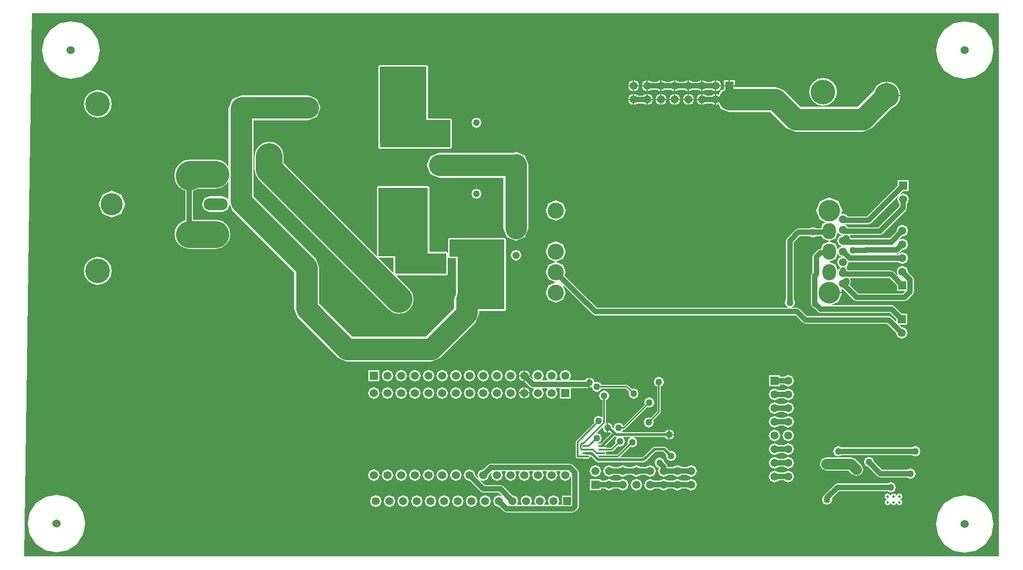
<source format=gbl>
G04 Layer_Physical_Order=2*
G04 Layer_Color=16711680*
%FSLAX25Y25*%
%MOIN*%
G70*
G01*
G75*
%ADD24C,0.15748*%
%ADD25C,0.03937*%
%ADD26C,0.19685*%
%ADD27C,0.01200*%
%ADD28C,0.02000*%
%ADD29C,0.07874*%
%ADD51C,0.06000*%
%ADD52R,0.06000X0.06000*%
%ADD53C,0.05905*%
%ADD54R,0.05905X0.05905*%
%ADD55C,0.18000*%
%ADD56R,0.05905X0.05905*%
%ADD57O,0.17700X0.08850*%
%ADD58C,0.16200*%
%ADD59C,0.11811*%
%ADD60C,0.15748*%
%ADD61O,0.09842X0.11811*%
%ADD62R,0.05315X0.05315*%
%ADD63C,0.05315*%
%ADD64C,0.05000*%
%ADD65C,0.01968*%
%ADD66O,0.05000X0.01575*%
%ADD67R,0.05000X0.01575*%
%ADD68R,0.37500X0.15000*%
%ADD69R,0.36000X0.50000*%
%ADD70R,0.34500X0.51000*%
%ADD71R,0.40000X0.12500*%
%ADD72R,0.51500X0.20000*%
%ADD73R,0.34000X0.55500*%
G36*
X712500Y397000D02*
X712500Y-0D01*
X348Y0D01*
X-3Y356D01*
X5418Y397000D01*
X712500Y397000D01*
D02*
G37*
%LPC*%
G36*
X275500Y123830D02*
X272439Y122562D01*
X271170Y119500D01*
X272439Y116438D01*
X275500Y115170D01*
X278561Y116438D01*
X279830Y119500D01*
X278561Y122562D01*
X275500Y123830D01*
D02*
G37*
G36*
X285500D02*
X282438Y122562D01*
X281170Y119500D01*
X282438Y116438D01*
X285500Y115170D01*
X288562Y116438D01*
X289830Y119500D01*
X288562Y122562D01*
X285500Y123830D01*
D02*
G37*
G36*
X255500D02*
X252438Y122562D01*
X251170Y119500D01*
X252438Y116438D01*
X255500Y115170D01*
X258561Y116438D01*
X259830Y119500D01*
X258561Y122562D01*
X255500Y123830D01*
D02*
G37*
G36*
X265500D02*
X262439Y122562D01*
X261170Y119500D01*
X262439Y116438D01*
X265500Y115170D01*
X268562Y116438D01*
X269830Y119500D01*
X268562Y122562D01*
X265500Y123830D01*
D02*
G37*
G36*
X315500D02*
X312439Y122562D01*
X311170Y119500D01*
X312439Y116438D01*
X315500Y115170D01*
X318562Y116438D01*
X319830Y119500D01*
X318562Y122562D01*
X315500Y123830D01*
D02*
G37*
G36*
X325500D02*
X322439Y122562D01*
X321170Y119500D01*
X322439Y116438D01*
X325500Y115170D01*
X328561Y116438D01*
X329830Y119500D01*
X328561Y122562D01*
X325500Y123830D01*
D02*
G37*
G36*
X295500D02*
X292439Y122562D01*
X291170Y119500D01*
X292439Y116438D01*
X295500Y115170D01*
X298562Y116438D01*
X299830Y119500D01*
X298562Y122562D01*
X295500Y123830D01*
D02*
G37*
G36*
X305500D02*
X302438Y122562D01*
X301170Y119500D01*
X302438Y116438D01*
X305500Y115170D01*
X308561Y116438D01*
X309830Y119500D01*
X308561Y122562D01*
X305500Y123830D01*
D02*
G37*
G36*
X475081Y88500D02*
X472000D01*
Y85419D01*
X474179Y86321D01*
X475081Y88500D01*
D02*
G37*
G36*
X472000Y92581D02*
Y89500D01*
X475081D01*
X474179Y91679D01*
X472000Y92581D01*
D02*
G37*
G36*
X548587Y92778D02*
X545561Y91525D01*
X544308Y88500D01*
X545561Y85475D01*
X548587Y84222D01*
X551612Y85475D01*
X552865Y88500D01*
X551612Y91525D01*
X548587Y92778D01*
D02*
G37*
G36*
X558587D02*
X555561Y91525D01*
X554308Y88500D01*
X555561Y85475D01*
X558587Y84222D01*
X561612Y85475D01*
X562865Y88500D01*
X561612Y91525D01*
X558587Y92778D01*
D02*
G37*
G36*
X424000Y121288D02*
X421321Y120179D01*
X420212Y117500D01*
X421321Y114821D01*
X422694Y114252D01*
Y102214D01*
X422194Y101880D01*
X420000Y102788D01*
X417321Y101679D01*
X416212Y99000D01*
X416780Y97627D01*
X403577Y84423D01*
X403194Y83500D01*
Y73000D01*
X403577Y72077D01*
X404500Y71694D01*
X408298D01*
X408787Y71491D01*
X412213D01*
X413279Y71933D01*
X413721Y73000D01*
X413630Y73221D01*
X414053Y73504D01*
X418181Y69377D01*
X418878Y69088D01*
X419410Y68868D01*
X452894D01*
X454123Y69377D01*
X461508Y76761D01*
X467280D01*
X469601Y74440D01*
X469212Y73500D01*
X470321Y70821D01*
X473000Y69712D01*
X475679Y70821D01*
X476788Y73500D01*
X475679Y76179D01*
X473000Y77288D01*
X472060Y76899D01*
X469229Y79729D01*
X468000Y80239D01*
X460787D01*
X459558Y79729D01*
X452174Y72345D01*
X435845D01*
X435653Y72807D01*
X443127Y80280D01*
X444500Y79712D01*
X447179Y80821D01*
X448288Y83500D01*
X447179Y86179D01*
X445749Y86771D01*
X445847Y87261D01*
X468432D01*
X468821Y86321D01*
X471000Y85419D01*
Y89000D01*
Y92581D01*
X468821Y91679D01*
X468432Y90739D01*
X437054D01*
X436956Y91229D01*
X437179Y91321D01*
X437747Y92694D01*
X438500D01*
X439423Y93077D01*
X455627Y109280D01*
X457000Y108712D01*
X459679Y109821D01*
X460788Y112500D01*
X459679Y115179D01*
X457000Y116288D01*
X454321Y115179D01*
X453212Y112500D01*
X453780Y111127D01*
X438192Y95539D01*
X437603Y95654D01*
X437179Y96679D01*
X434500Y97788D01*
X431821Y96679D01*
X430750Y94093D01*
X430250D01*
X429179Y96679D01*
X427000Y97581D01*
Y94000D01*
Y90419D01*
X428192Y90912D01*
X429041Y90063D01*
X421443Y82465D01*
X419210D01*
X419111Y82965D01*
X421179Y83821D01*
X422288Y86500D01*
X421179Y89179D01*
X418913Y90118D01*
X418795Y90707D01*
X422250Y94162D01*
X422736Y93941D01*
X423821Y91321D01*
X426000Y90419D01*
Y94000D01*
Y97581D01*
X425677Y97447D01*
X425306Y97835D01*
Y114252D01*
X426679Y114821D01*
X427788Y117500D01*
X426679Y120179D01*
X424000Y121288D01*
D02*
G37*
G36*
X558587Y112778D02*
X555561Y111525D01*
X555463Y111287D01*
X551711D01*
X551612Y111525D01*
X548587Y112778D01*
X545561Y111525D01*
X544308Y108500D01*
X545561Y105475D01*
X548587Y104222D01*
X551612Y105475D01*
X551711Y105713D01*
X555463D01*
X555561Y105475D01*
X558587Y104222D01*
X561612Y105475D01*
X562865Y108500D01*
X561612Y111525D01*
X558587Y112778D01*
D02*
G37*
G36*
X464000Y131288D02*
X461321Y130179D01*
X460212Y127500D01*
X461321Y124821D01*
X462694Y124252D01*
Y106041D01*
X457873Y101220D01*
X456500Y101788D01*
X453821Y100679D01*
X452712Y98000D01*
X453821Y95321D01*
X456500Y94212D01*
X459179Y95321D01*
X460288Y98000D01*
X459720Y99373D01*
X464923Y104577D01*
X465306Y105500D01*
Y124252D01*
X466679Y124821D01*
X467788Y127500D01*
X466679Y130179D01*
X464000Y131288D01*
D02*
G37*
G36*
X558587Y102778D02*
X555561Y101525D01*
X555463Y101287D01*
X551711D01*
X551612Y101525D01*
X548587Y102778D01*
X545561Y101525D01*
X544308Y98500D01*
X545561Y95475D01*
X548587Y94222D01*
X551612Y95475D01*
X551711Y95713D01*
X555463D01*
X555561Y95475D01*
X558587Y94222D01*
X561612Y95475D01*
X562865Y98500D01*
X561612Y101525D01*
X558587Y102778D01*
D02*
G37*
G36*
X275500Y136278D02*
X272475Y135025D01*
X271222Y132000D01*
X272475Y128975D01*
X275500Y127722D01*
X278525Y128975D01*
X279778Y132000D01*
X278525Y135025D01*
X275500Y136278D01*
D02*
G37*
G36*
X285500D02*
X282475Y135025D01*
X281222Y132000D01*
X282475Y128975D01*
X285500Y127722D01*
X288525Y128975D01*
X289778Y132000D01*
X288525Y135025D01*
X285500Y136278D01*
D02*
G37*
G36*
X558587Y122778D02*
X555561Y121525D01*
X555463Y121287D01*
X551711D01*
X551612Y121525D01*
X548587Y122778D01*
X545561Y121525D01*
X544308Y118500D01*
X545561Y115475D01*
X548587Y114222D01*
X551612Y115475D01*
X551711Y115713D01*
X555463D01*
X555561Y115475D01*
X558587Y114222D01*
X561612Y115475D01*
X562865Y118500D01*
X561612Y121525D01*
X558587Y122778D01*
D02*
G37*
G36*
X265500Y136278D02*
X262475Y135025D01*
X261222Y132000D01*
X262475Y128975D01*
X265500Y127722D01*
X268525Y128975D01*
X269778Y132000D01*
X268525Y135025D01*
X265500Y136278D01*
D02*
G37*
G36*
X315500D02*
X312475Y135025D01*
X311222Y132000D01*
X312475Y128975D01*
X315500Y127722D01*
X318525Y128975D01*
X319778Y132000D01*
X318525Y135025D01*
X315500Y136278D01*
D02*
G37*
G36*
X325500D02*
X322475Y135025D01*
X321222Y132000D01*
X322475Y128975D01*
X325500Y127722D01*
X328525Y128975D01*
X329778Y132000D01*
X328525Y135025D01*
X325500Y136278D01*
D02*
G37*
G36*
X295500D02*
X292475Y135025D01*
X291222Y132000D01*
X292475Y128975D01*
X295500Y127722D01*
X298525Y128975D01*
X299778Y132000D01*
X298525Y135025D01*
X295500Y136278D01*
D02*
G37*
G36*
X305500D02*
X302475Y135025D01*
X301222Y132000D01*
X302475Y128975D01*
X305500Y127722D01*
X308525Y128975D01*
X309778Y132000D01*
X308525Y135025D01*
X305500Y136278D01*
D02*
G37*
G36*
X355500Y123830D02*
X352438Y122562D01*
X351170Y119500D01*
X352438Y116438D01*
X355500Y115170D01*
X358561Y116438D01*
X359830Y119500D01*
X358561Y122562D01*
X355500Y123830D01*
D02*
G37*
G36*
X413600Y130681D02*
Y127100D01*
Y123519D01*
X414719Y123982D01*
X415821Y121321D01*
X418500Y120212D01*
X421179Y121321D01*
X421747Y122694D01*
X439959D01*
X442280Y120373D01*
X441712Y119000D01*
X442821Y116321D01*
X445500Y115212D01*
X448179Y116321D01*
X449288Y119000D01*
X448179Y121679D01*
X445500Y122788D01*
X444127Y122220D01*
X441423Y124923D01*
X440500Y125306D01*
X421747D01*
X421179Y126679D01*
X418500Y127788D01*
X416881Y127118D01*
X415779Y129779D01*
X413600Y130681D01*
D02*
G37*
G36*
X335500Y123830D02*
X332438Y122562D01*
X331170Y119500D01*
X332438Y116438D01*
X335500Y115170D01*
X338562Y116438D01*
X339830Y119500D01*
X338562Y122562D01*
X335500Y123830D01*
D02*
G37*
G36*
X345500D02*
X342439Y122562D01*
X341170Y119500D01*
X342439Y116438D01*
X345500Y115170D01*
X348562Y116438D01*
X349830Y119500D01*
X348562Y122562D01*
X345500Y123830D01*
D02*
G37*
G36*
X365000Y123623D02*
X362439Y122562D01*
X361378Y120000D01*
X365000D01*
Y123623D01*
D02*
G37*
G36*
X366000D02*
Y120000D01*
X369622D01*
X368562Y122562D01*
X366000Y123623D01*
D02*
G37*
G36*
X365000Y119000D02*
X361378D01*
X362439Y116438D01*
X365000Y115377D01*
Y119000D01*
D02*
G37*
G36*
X369622D02*
X366000D01*
Y115377D01*
X368562Y116438D01*
X369622Y119000D01*
D02*
G37*
G36*
X558587Y82778D02*
X555561Y81525D01*
X555463Y81287D01*
X551711D01*
X551612Y81525D01*
X548587Y82778D01*
X545561Y81525D01*
X544308Y78500D01*
X545561Y75475D01*
X548587Y74222D01*
X551612Y75475D01*
X551711Y75713D01*
X555463D01*
X555561Y75475D01*
X558587Y74222D01*
X561612Y75475D01*
X562865Y78500D01*
X561612Y81525D01*
X558587Y82778D01*
D02*
G37*
G36*
X337000Y44778D02*
X333975Y43525D01*
X332722Y40500D01*
X333975Y37475D01*
X337000Y36222D01*
X340025Y37475D01*
X341278Y40500D01*
X340025Y43525D01*
X337000Y44778D01*
D02*
G37*
G36*
X639831Y46026D02*
X638312Y45397D01*
X637936Y44489D01*
X637395D01*
X637019Y45397D01*
X635500Y46026D01*
X633981Y45397D01*
X633605Y44489D01*
X633064D01*
X632688Y45397D01*
X631169Y46026D01*
X629651Y45397D01*
X629022Y43878D01*
X629651Y42359D01*
X630559Y41983D01*
Y41442D01*
X629651Y41066D01*
X629022Y39547D01*
X629651Y38028D01*
X631169Y37400D01*
X632688Y38028D01*
X633064Y38936D01*
X633605D01*
X633981Y38028D01*
X635500Y37400D01*
X637019Y38028D01*
X637395Y38936D01*
X637936D01*
X638312Y38028D01*
X639831Y37400D01*
X641350Y38028D01*
X641979Y39547D01*
X641350Y41066D01*
X640441Y41442D01*
Y41983D01*
X641350Y42359D01*
X641979Y43878D01*
X641350Y45397D01*
X639831Y46026D01*
D02*
G37*
G36*
X317000Y44778D02*
X313975Y43525D01*
X312722Y40500D01*
X313975Y37475D01*
X317000Y36222D01*
X320025Y37475D01*
X321278Y40500D01*
X320025Y43525D01*
X317000Y44778D01*
D02*
G37*
G36*
X327000D02*
X323975Y43525D01*
X322722Y40500D01*
X323975Y37475D01*
X327000Y36222D01*
X330025Y37475D01*
X331278Y40500D01*
X330025Y43525D01*
X327000Y44778D01*
D02*
G37*
G36*
X255500Y63830D02*
X252438Y62562D01*
X251170Y59500D01*
X252438Y56438D01*
X255500Y55170D01*
X258561Y56438D01*
X259830Y59500D01*
X258561Y62562D01*
X255500Y63830D01*
D02*
G37*
G36*
X265500D02*
X262439Y62562D01*
X261170Y59500D01*
X262439Y56438D01*
X265500Y55170D01*
X268562Y56438D01*
X269830Y59500D01*
X268562Y62562D01*
X265500Y63830D01*
D02*
G37*
G36*
X633500Y54288D02*
X631082Y53287D01*
X594500D01*
X592529Y52471D01*
X585029Y44971D01*
X584780Y44369D01*
X584321Y44179D01*
X583212Y41500D01*
X584321Y38821D01*
X587000Y37712D01*
X589679Y38821D01*
X590788Y41500D01*
X590394Y42452D01*
X595654Y47713D01*
X631082D01*
X633500Y46712D01*
X636179Y47821D01*
X637288Y50500D01*
X636179Y53179D01*
X633500Y54288D01*
D02*
G37*
G36*
X447500Y56778D02*
X444475Y55525D01*
X443222Y52500D01*
X444475Y49475D01*
X447500Y48222D01*
X450525Y49475D01*
X451778Y52500D01*
X450525Y55525D01*
X447500Y56778D01*
D02*
G37*
G36*
X257000Y44778D02*
X253975Y43525D01*
X252722Y40500D01*
X253975Y37475D01*
X257000Y36222D01*
X260025Y37475D01*
X261278Y40500D01*
X260025Y43525D01*
X257000Y44778D01*
D02*
G37*
G36*
X267000D02*
X263975Y43525D01*
X262722Y40500D01*
X263975Y37475D01*
X267000Y36222D01*
X270025Y37475D01*
X271278Y40500D01*
X270025Y43525D01*
X267000Y44778D01*
D02*
G37*
G36*
X687535Y44775D02*
X679464Y43170D01*
X672622Y38598D01*
X668050Y31756D01*
X666445Y23685D01*
X668050Y15614D01*
X672622Y8772D01*
X679464Y4200D01*
X687535Y2595D01*
X695606Y4200D01*
X702449Y8772D01*
X707020Y15614D01*
X708626Y23685D01*
X707020Y31756D01*
X702449Y38598D01*
X695606Y43170D01*
X687535Y44775D01*
D02*
G37*
G36*
X23500Y45090D02*
X15429Y43485D01*
X8587Y38913D01*
X4015Y32071D01*
X2410Y24000D01*
X4015Y15929D01*
X8587Y9087D01*
X15429Y4515D01*
X23500Y2910D01*
X31571Y4515D01*
X38413Y9087D01*
X42985Y15929D01*
X44590Y24000D01*
X42985Y32071D01*
X38413Y38913D01*
X31571Y43485D01*
X23500Y45090D01*
D02*
G37*
G36*
X297000Y44778D02*
X293975Y43525D01*
X292722Y40500D01*
X293975Y37475D01*
X297000Y36222D01*
X300025Y37475D01*
X301278Y40500D01*
X300025Y43525D01*
X297000Y44778D01*
D02*
G37*
G36*
X307000D02*
X303975Y43525D01*
X302722Y40500D01*
X303975Y37475D01*
X307000Y36222D01*
X310025Y37475D01*
X311278Y40500D01*
X310025Y43525D01*
X307000Y44778D01*
D02*
G37*
G36*
X277000D02*
X273975Y43525D01*
X272722Y40500D01*
X273975Y37475D01*
X277000Y36222D01*
X280025Y37475D01*
X281278Y40500D01*
X280025Y43525D01*
X277000Y44778D01*
D02*
G37*
G36*
X287000D02*
X283975Y43525D01*
X282722Y40500D01*
X283975Y37475D01*
X287000Y36222D01*
X290025Y37475D01*
X291278Y40500D01*
X290025Y43525D01*
X287000Y44778D01*
D02*
G37*
G36*
X604500Y72418D02*
X586500D01*
X583023Y70977D01*
X581582Y67500D01*
X583023Y64023D01*
X586500Y62582D01*
X602463D01*
X605023Y60023D01*
X608500Y58582D01*
X611977Y60023D01*
X613418Y63500D01*
X611977Y66977D01*
X607977Y70977D01*
X604500Y72418D01*
D02*
G37*
G36*
X558587Y62778D02*
X555561Y61525D01*
X555463Y61287D01*
X551711D01*
X551612Y61525D01*
X548587Y62778D01*
X545561Y61525D01*
X544308Y58500D01*
X545561Y55475D01*
X548587Y54222D01*
X551612Y55475D01*
X551711Y55713D01*
X555463D01*
X555561Y55475D01*
X558587Y54222D01*
X561612Y55475D01*
X562865Y58500D01*
X561612Y61525D01*
X558587Y62778D01*
D02*
G37*
G36*
X417500Y66778D02*
X414475Y65525D01*
X413222Y62500D01*
X414475Y59475D01*
X417500Y58222D01*
X420525Y59475D01*
X421778Y62500D01*
X420525Y65525D01*
X417500Y66778D01*
D02*
G37*
G36*
X464500Y72288D02*
X461821Y71179D01*
X460712Y68500D01*
X461821Y65821D01*
X464191Y64840D01*
X463222Y62500D01*
X464475Y59475D01*
X467500Y58222D01*
X470525Y59475D01*
X470624Y59713D01*
X474376D01*
X474475Y59475D01*
X477500Y58222D01*
X480525Y59475D01*
X480624Y59713D01*
X484376D01*
X484475Y59475D01*
X487500Y58222D01*
X490525Y59475D01*
X491778Y62500D01*
X490525Y65525D01*
X487500Y66778D01*
X484475Y65525D01*
X484376Y65287D01*
X480624D01*
X480525Y65525D01*
X477500Y66778D01*
X474475Y65525D01*
X474376Y65287D01*
X470624D01*
X470525Y65525D01*
X470225Y65650D01*
X469471Y67471D01*
X468180Y68761D01*
X467179Y71179D01*
X464500Y72288D01*
D02*
G37*
G36*
X558587Y72778D02*
X555561Y71525D01*
X555463Y71287D01*
X551711D01*
X551612Y71525D01*
X548587Y72778D01*
X545561Y71525D01*
X544308Y68500D01*
X545561Y65475D01*
X548587Y64222D01*
X551612Y65475D01*
X551711Y65713D01*
X555463D01*
X555561Y65475D01*
X558587Y64222D01*
X561612Y65475D01*
X562865Y68500D01*
X561612Y71525D01*
X558587Y72778D01*
D02*
G37*
G36*
X651400Y80588D02*
X648982Y79587D01*
X597518D01*
X595100Y80588D01*
X592421Y79479D01*
X591312Y76800D01*
X592421Y74121D01*
X595100Y73012D01*
X597518Y74013D01*
X648982D01*
X651400Y73012D01*
X654079Y74121D01*
X655188Y76800D01*
X654079Y79479D01*
X651400Y80588D01*
D02*
G37*
G36*
X399000Y67887D02*
X341100D01*
X339129Y67071D01*
X335774Y63716D01*
X335500Y63830D01*
X332438Y62562D01*
X331170Y59500D01*
X331903Y57732D01*
X331487Y57454D01*
X329716Y59225D01*
X329830Y59500D01*
X328561Y62562D01*
X325500Y63830D01*
X322439Y62562D01*
X321170Y59500D01*
X322439Y56438D01*
X325500Y55170D01*
X325775Y55284D01*
X333629Y47429D01*
X335600Y46613D01*
X346946D01*
X349115Y44444D01*
X348832Y44020D01*
X347000Y44778D01*
X343975Y43525D01*
X342722Y40500D01*
X343975Y37475D01*
X347000Y36222D01*
X347238Y36320D01*
X350629Y32929D01*
X352600Y32113D01*
X401000D01*
X402971Y32929D01*
X404571Y34529D01*
X405387Y36500D01*
Y61500D01*
X404979Y62485D01*
X404571Y63471D01*
X400971Y67071D01*
X399000Y67887D01*
D02*
G37*
G36*
X457500Y66778D02*
X454475Y65525D01*
X454376Y65287D01*
X450624D01*
X450525Y65525D01*
X447500Y66778D01*
X444475Y65525D01*
X444376Y65287D01*
X440624D01*
X440525Y65525D01*
X437500Y66778D01*
X434475Y65525D01*
X434376Y65287D01*
X430624D01*
X430525Y65525D01*
X427500Y66778D01*
X424475Y65525D01*
X423222Y62500D01*
X424475Y59475D01*
X427500Y58222D01*
X430525Y59475D01*
X430624Y59713D01*
X434376D01*
X434475Y59475D01*
X437500Y58222D01*
X440525Y59475D01*
X440624Y59713D01*
X444376D01*
X444475Y59475D01*
X447500Y58222D01*
X450525Y59475D01*
X450624Y59713D01*
X454376D01*
X454475Y59475D01*
X457500Y58222D01*
X460525Y59475D01*
X461778Y62500D01*
X460525Y65525D01*
X457500Y66778D01*
D02*
G37*
G36*
X295500Y63830D02*
X292439Y62562D01*
X291170Y59500D01*
X292439Y56438D01*
X295500Y55170D01*
X298562Y56438D01*
X299830Y59500D01*
X298562Y62562D01*
X295500Y63830D01*
D02*
G37*
G36*
X305500D02*
X302438Y62562D01*
X301170Y59500D01*
X302438Y56438D01*
X305500Y55170D01*
X308561Y56438D01*
X309830Y59500D01*
X308561Y62562D01*
X305500Y63830D01*
D02*
G37*
G36*
X275500D02*
X272439Y62562D01*
X271170Y59500D01*
X272439Y56438D01*
X275500Y55170D01*
X278561Y56438D01*
X279830Y59500D01*
X278561Y62562D01*
X275500Y63830D01*
D02*
G37*
G36*
X285500D02*
X282438Y62562D01*
X281170Y59500D01*
X282438Y56438D01*
X285500Y55170D01*
X288562Y56438D01*
X289830Y59500D01*
X288562Y62562D01*
X285500Y63830D01*
D02*
G37*
G36*
X487500Y56778D02*
X484475Y55525D01*
X484376Y55287D01*
X480624D01*
X480525Y55525D01*
X477500Y56778D01*
X474475Y55525D01*
X474376Y55287D01*
X470624D01*
X470525Y55525D01*
X467500Y56778D01*
X464475Y55525D01*
X464376Y55287D01*
X460624D01*
X460525Y55525D01*
X457500Y56778D01*
X454475Y55525D01*
X453222Y52500D01*
X454475Y49475D01*
X457500Y48222D01*
X460525Y49475D01*
X460624Y49713D01*
X464376D01*
X464475Y49475D01*
X467500Y48222D01*
X470525Y49475D01*
X470624Y49713D01*
X474376D01*
X474475Y49475D01*
X477500Y48222D01*
X480525Y49475D01*
X480624Y49713D01*
X484376D01*
X484475Y49475D01*
X487500Y48222D01*
X490525Y49475D01*
X491778Y52500D01*
X490525Y55525D01*
X487500Y56778D01*
D02*
G37*
G36*
X617500Y72788D02*
X614821Y71679D01*
X613712Y69000D01*
X614821Y66321D01*
X617239Y65320D01*
X624029Y58529D01*
X626000Y57713D01*
X645582D01*
X648000Y56712D01*
X650679Y57821D01*
X651788Y60500D01*
X650679Y63179D01*
X648000Y64288D01*
X645582Y63287D01*
X627154D01*
X621180Y69261D01*
X620179Y71679D01*
X617500Y72788D01*
D02*
G37*
G36*
X315500Y63830D02*
X312439Y62562D01*
X311170Y59500D01*
X312439Y56438D01*
X315500Y55170D01*
X318562Y56438D01*
X319830Y59500D01*
X318562Y62562D01*
X315500Y63830D01*
D02*
G37*
G36*
X437500Y56778D02*
X434475Y55525D01*
X434376Y55287D01*
X430624D01*
X430525Y55525D01*
X427500Y56778D01*
X424475Y55525D01*
X424376Y55287D01*
X421453D01*
Y56453D01*
X413547D01*
Y48547D01*
X421453D01*
Y49713D01*
X424376D01*
X424475Y49475D01*
X427500Y48222D01*
X430525Y49475D01*
X430624Y49713D01*
X434376D01*
X434475Y49475D01*
X437500Y48222D01*
X440525Y49475D01*
X441778Y52500D01*
X440525Y55525D01*
X437500Y56778D01*
D02*
G37*
G36*
X495000Y338071D02*
X492475Y337025D01*
X491429Y334500D01*
X495000D01*
Y338071D01*
D02*
G37*
G36*
X466000D02*
Y334500D01*
X469571D01*
X468525Y337025D01*
X466000Y338071D01*
D02*
G37*
G36*
X485000D02*
X482475Y337025D01*
X481429Y334500D01*
X485000D01*
Y338071D01*
D02*
G37*
G36*
X445000D02*
X442475Y337025D01*
X441429Y334500D01*
X445000D01*
Y338071D01*
D02*
G37*
G36*
X486000D02*
Y334500D01*
X489571D01*
X488525Y337025D01*
X486000Y338071D01*
D02*
G37*
G36*
X631000Y347096D02*
Y337500D01*
X640596D01*
X639920Y340902D01*
X637710Y344210D01*
X634402Y346420D01*
X631000Y347096D01*
D02*
G37*
G36*
X476000Y338071D02*
Y334500D01*
X479571D01*
X478525Y337025D01*
X476000Y338071D01*
D02*
G37*
G36*
X456000D02*
Y334500D01*
X459571D01*
X458525Y337025D01*
X456000Y338071D01*
D02*
G37*
G36*
X459571Y333500D02*
X456000D01*
Y329929D01*
X458525Y330975D01*
X459571Y333500D01*
D02*
G37*
G36*
X469571D02*
X466000D01*
Y329929D01*
X468525Y330975D01*
X469571Y333500D01*
D02*
G37*
G36*
X495000D02*
X491429D01*
X492475Y330975D01*
X495000Y329929D01*
Y333500D01*
D02*
G37*
G36*
X496000Y338071D02*
Y334000D01*
Y329929D01*
X498525Y330975D01*
X498624Y331213D01*
X502376D01*
X502475Y330975D01*
X505000Y329929D01*
Y334000D01*
Y338071D01*
X502475Y337025D01*
X502376Y336787D01*
X498624D01*
X498525Y337025D01*
X496000Y338071D01*
D02*
G37*
G36*
X465000D02*
X462475Y337025D01*
X461429Y334500D01*
X465000D01*
Y338071D01*
D02*
G37*
G36*
X475000D02*
X472475Y337025D01*
X471429Y334500D01*
X475000D01*
Y338071D01*
D02*
G37*
G36*
X479571Y333500D02*
X476000D01*
Y329929D01*
X478525Y330975D01*
X479571Y333500D01*
D02*
G37*
G36*
X489571D02*
X486000D01*
Y329929D01*
X488525Y330975D01*
X489571Y333500D01*
D02*
G37*
G36*
X445000Y343500D02*
X441429D01*
X442475Y340975D01*
X445000Y339929D01*
Y343500D01*
D02*
G37*
G36*
X515000Y347953D02*
X511547D01*
Y344500D01*
X515000D01*
Y347953D01*
D02*
G37*
G36*
X506000Y348071D02*
Y344500D01*
X509571D01*
X508525Y347025D01*
X506000Y348071D01*
D02*
G37*
G36*
X455000D02*
X452475Y347025D01*
X451429Y344500D01*
X455000D01*
Y348071D01*
D02*
G37*
G36*
X445000D02*
X442475Y347025D01*
X441429Y344500D01*
X445000D01*
Y348071D01*
D02*
G37*
G36*
X33992Y391232D02*
X25921Y389627D01*
X19079Y385055D01*
X14507Y378213D01*
X12902Y370142D01*
X14507Y362071D01*
X19079Y355229D01*
X25921Y350657D01*
X33992Y349051D01*
X42063Y350657D01*
X48905Y355229D01*
X53477Y362071D01*
X55082Y370142D01*
X53477Y378213D01*
X48905Y385055D01*
X42063Y389627D01*
X33992Y391232D01*
D02*
G37*
G36*
X687535D02*
X679464Y389627D01*
X672622Y385055D01*
X668050Y378213D01*
X666445Y370142D01*
X668050Y362071D01*
X672622Y355229D01*
X679464Y350657D01*
X687535Y349051D01*
X695606Y350657D01*
X702449Y355229D01*
X707020Y362071D01*
X708626Y370142D01*
X707020Y378213D01*
X702449Y385055D01*
X695606Y389627D01*
X687535Y391232D01*
D02*
G37*
G36*
X519453Y347953D02*
X516000D01*
Y344500D01*
X519453D01*
Y347953D01*
D02*
G37*
G36*
X446000Y348071D02*
Y344500D01*
X449571D01*
X448525Y347025D01*
X446000Y348071D01*
D02*
G37*
G36*
X466000D02*
Y344000D01*
Y339929D01*
X468525Y340975D01*
X468624Y341213D01*
X472376D01*
X472475Y340975D01*
X475000Y339929D01*
Y344000D01*
Y348071D01*
X472475Y347025D01*
X472376Y346787D01*
X468624D01*
X468525Y347025D01*
X466000Y348071D01*
D02*
G37*
G36*
X476000D02*
Y344000D01*
Y339929D01*
X478525Y340975D01*
X478624Y341213D01*
X482376D01*
X482475Y340975D01*
X485000Y339929D01*
Y344000D01*
Y348071D01*
X482475Y347025D01*
X482376Y346787D01*
X478624D01*
X478525Y347025D01*
X476000Y348071D01*
D02*
G37*
G36*
X455000Y343500D02*
X451429D01*
X452475Y340975D01*
X455000Y339929D01*
Y343500D01*
D02*
G37*
G36*
X456000Y348071D02*
Y344000D01*
Y339929D01*
X458525Y340975D01*
X458624Y341213D01*
X462376D01*
X462475Y340975D01*
X465000Y339929D01*
Y344000D01*
Y348071D01*
X462475Y347025D01*
X462376Y346787D01*
X458624D01*
X458525Y347025D01*
X456000Y348071D01*
D02*
G37*
G36*
X449571Y343500D02*
X446000D01*
Y339929D01*
X448525Y340975D01*
X449571Y343500D01*
D02*
G37*
G36*
X509571D02*
X506000D01*
Y339929D01*
X508525Y340975D01*
X509571Y343500D01*
D02*
G37*
G36*
X486000Y348071D02*
Y344000D01*
Y339929D01*
X488525Y340975D01*
X488624Y341213D01*
X492376D01*
X492475Y340975D01*
X495000Y339929D01*
Y344000D01*
Y348071D01*
X492475Y347025D01*
X492376Y346787D01*
X488624D01*
X488525Y347025D01*
X486000Y348071D01*
D02*
G37*
G36*
X496000D02*
Y344000D01*
Y339929D01*
X498525Y340975D01*
X498624Y341213D01*
X502376D01*
X502475Y340975D01*
X505000Y339929D01*
Y344000D01*
Y348071D01*
X502475Y347025D01*
X502376Y346787D01*
X498624D01*
X498525Y347025D01*
X496000Y348071D01*
D02*
G37*
G36*
X359500Y224116D02*
X356701Y222957D01*
X355541Y220157D01*
X356701Y217358D01*
X359500Y216199D01*
X362299Y217358D01*
X363459Y220157D01*
X362299Y222957D01*
X359500Y224116D01*
D02*
G37*
G36*
X53677Y218920D02*
X49775Y218144D01*
X46468Y215934D01*
X44257Y212626D01*
X43481Y208724D01*
X44257Y204823D01*
X46468Y201515D01*
X49775Y199305D01*
X53677Y198529D01*
X57579Y199305D01*
X60887Y201515D01*
X63097Y204823D01*
X63873Y208724D01*
X63097Y212626D01*
X60887Y215934D01*
X57579Y218144D01*
X53677Y218920D01*
D02*
G37*
G36*
X366000Y136071D02*
Y132500D01*
X369571D01*
X368525Y135025D01*
X366000Y136071D01*
D02*
G37*
G36*
X359500Y295679D02*
X358293Y295179D01*
X303500D01*
X297009Y292491D01*
X294321Y286000D01*
X297009Y279509D01*
X303500Y276821D01*
X350321D01*
Y239843D01*
X353010Y233352D01*
X359500Y230664D01*
X365990Y233352D01*
X368679Y239843D01*
Y286500D01*
X368679Y286500D01*
X365990Y292990D01*
X359500Y295679D01*
D02*
G37*
G36*
X646453Y274953D02*
X638547D01*
Y270989D01*
X615968Y248409D01*
X601986D01*
X601525Y249521D01*
X598500Y250774D01*
X597577Y250392D01*
X597224Y250746D01*
X598105Y252874D01*
X595292Y259666D01*
X588500Y262479D01*
X581708Y259666D01*
X578895Y252874D01*
X581708Y246082D01*
X585484Y244518D01*
Y244018D01*
X583968Y243390D01*
X582476Y239787D01*
X579018D01*
X576600Y240788D01*
X574182Y239787D01*
X566000D01*
X564029Y238971D01*
X557829Y232771D01*
X557013Y230800D01*
Y187918D01*
X556012Y185500D01*
X557121Y182821D01*
X558434Y182277D01*
X558337Y181787D01*
X418654D01*
X413371Y187071D01*
X413156Y187160D01*
X394940Y205376D01*
X395974Y207874D01*
X393785Y213159D01*
X389092Y215103D01*
Y215645D01*
X393785Y217589D01*
X395974Y222874D01*
X393785Y228159D01*
X388500Y230348D01*
X383215Y228159D01*
X381026Y222874D01*
X383215Y217589D01*
X387908Y215645D01*
Y215103D01*
X383215Y213159D01*
X381026Y207874D01*
X383215Y202589D01*
X387908Y200645D01*
Y200103D01*
X383215Y198159D01*
X381026Y192874D01*
X383215Y187589D01*
X388500Y185399D01*
X393785Y187589D01*
X395974Y192874D01*
X393940Y197785D01*
X394364Y198069D01*
X409303Y183129D01*
X409518Y183040D01*
X415529Y177029D01*
X417500Y176213D01*
X563846D01*
X569129Y170929D01*
X571100Y170113D01*
X630946D01*
X637320Y163738D01*
X637222Y163500D01*
X638475Y160475D01*
X641500Y159222D01*
X644525Y160475D01*
X645778Y163500D01*
X644525Y166525D01*
X641500Y167778D01*
X641262Y167680D01*
X639856Y169085D01*
X640047Y169547D01*
X645453D01*
Y177453D01*
X641489D01*
X636171Y182771D01*
X634200Y183587D01*
X590549D01*
X590452Y184077D01*
X595292Y186082D01*
X597898Y192374D01*
X588500D01*
Y193374D01*
X597898D01*
X597224Y195002D01*
X597577Y195356D01*
X598500Y194974D01*
X598828Y195109D01*
X606507Y187429D01*
X608478Y186613D01*
X643500D01*
X645471Y187429D01*
X649571Y191529D01*
X650387Y193500D01*
Y202400D01*
X649571Y204371D01*
X646180Y207762D01*
X646278Y208000D01*
X645025Y211025D01*
X642000Y212278D01*
X638975Y211025D01*
X637722Y208000D01*
X638480Y206168D01*
X638057Y205885D01*
X635719Y208223D01*
X633748Y209039D01*
X601986D01*
X601525Y210151D01*
X601466Y210176D01*
X601030Y211228D01*
X601168Y211827D01*
X601525Y211975D01*
X602768Y214975D01*
X602816Y215058D01*
X603126Y215368D01*
X603500Y215213D01*
X638876D01*
X638975Y214975D01*
X642000Y213722D01*
X645025Y214975D01*
X646278Y218000D01*
X645025Y221025D01*
X642000Y222278D01*
X638975Y221025D01*
X638876Y220787D01*
X638278D01*
X638178Y221287D01*
X639971Y222029D01*
X641762Y223820D01*
X642000Y223722D01*
X645025Y224975D01*
X646278Y228000D01*
X645025Y231025D01*
X642000Y232278D01*
X640168Y231520D01*
X639885Y231943D01*
X641762Y233820D01*
X642000Y233722D01*
X645025Y234975D01*
X646278Y238000D01*
X645025Y241025D01*
X642000Y242278D01*
X638975Y241025D01*
X637722Y238000D01*
X637820Y237762D01*
X632720Y232661D01*
X604187D01*
Y232752D01*
X603479Y234461D01*
X603786Y234961D01*
X625500D01*
X627471Y235777D01*
X644471Y252777D01*
X645287Y254748D01*
Y257876D01*
X645525Y257975D01*
X646778Y261000D01*
X645525Y264025D01*
X642500Y265278D01*
X640668Y264520D01*
X640385Y264944D01*
X642489Y267047D01*
X646453D01*
Y274953D01*
D02*
G37*
G36*
X64000Y267350D02*
X57035Y264465D01*
X54150Y257500D01*
X57035Y250535D01*
X64000Y247650D01*
X70965Y250535D01*
X73850Y257500D01*
X70965Y264465D01*
X64000Y267350D01*
D02*
G37*
G36*
X388500Y260349D02*
X383215Y258159D01*
X381026Y252874D01*
X383215Y247589D01*
X388500Y245399D01*
X393785Y247589D01*
X395974Y252874D01*
X393785Y258159D01*
X388500Y260349D01*
D02*
G37*
G36*
X365000Y136071D02*
X362475Y135025D01*
X361429Y132500D01*
X365000D01*
Y136071D01*
D02*
G37*
G36*
X355500Y136278D02*
X352475Y135025D01*
X351222Y132000D01*
X352475Y128975D01*
X355500Y127722D01*
X358525Y128975D01*
X359778Y132000D01*
X358525Y135025D01*
X355500Y136278D01*
D02*
G37*
G36*
X345500D02*
X342475Y135025D01*
X341222Y132000D01*
X342475Y128975D01*
X345500Y127722D01*
X348525Y128975D01*
X349778Y132000D01*
X348525Y135025D01*
X345500Y136278D01*
D02*
G37*
G36*
X335500D02*
X332475Y135025D01*
X331222Y132000D01*
X332475Y128975D01*
X335500Y127722D01*
X338525Y128975D01*
X339778Y132000D01*
X338525Y135025D01*
X335500Y136278D01*
D02*
G37*
G36*
X365000Y131500D02*
X361429D01*
X362475Y128975D01*
X365000Y127929D01*
Y131500D01*
D02*
G37*
G36*
X558587Y132778D02*
X555561Y131525D01*
X555463Y131287D01*
X552539D01*
Y132453D01*
X544634D01*
Y124547D01*
X552539D01*
Y125713D01*
X555463D01*
X555561Y125475D01*
X558587Y124222D01*
X561612Y125475D01*
X562865Y128500D01*
X561612Y131525D01*
X558587Y132778D01*
D02*
G37*
G36*
X395500Y136278D02*
X392475Y135025D01*
X391222Y132000D01*
X392428Y129087D01*
X392209Y128587D01*
X388791D01*
X388572Y129087D01*
X389778Y132000D01*
X388525Y135025D01*
X385500Y136278D01*
X382475Y135025D01*
X381222Y132000D01*
X382428Y129087D01*
X382209Y128587D01*
X378791D01*
X378572Y129087D01*
X379778Y132000D01*
X378525Y135025D01*
X375500Y136278D01*
X372475Y135025D01*
X371222Y132000D01*
X371980Y130168D01*
X371556Y129885D01*
X369941Y131500D01*
X366000D01*
Y127559D01*
X369729Y123829D01*
X371700Y123013D01*
X372237D01*
X372418Y122513D01*
X371170Y119500D01*
X372439Y116438D01*
X375500Y115170D01*
X378561Y116438D01*
X379830Y119500D01*
X378582Y122513D01*
X378763Y123013D01*
X382237D01*
X382418Y122513D01*
X381170Y119500D01*
X382438Y116438D01*
X385500Y115170D01*
X388562Y116438D01*
X389830Y119500D01*
X388581Y122513D01*
X388763Y123013D01*
X391500D01*
Y115500D01*
X399500D01*
Y123013D01*
X411800D01*
X412600Y123344D01*
Y127100D01*
Y130681D01*
X410421Y129779D01*
X409928Y128587D01*
X398791D01*
X398572Y129087D01*
X399778Y132000D01*
X398525Y135025D01*
X395500Y136278D01*
D02*
G37*
G36*
X259453Y135953D02*
X251547D01*
Y128047D01*
X259453D01*
Y135953D01*
D02*
G37*
G36*
X584000Y349696D02*
X580098Y348920D01*
X576790Y346710D01*
X574580Y343402D01*
X573804Y339500D01*
X574580Y335598D01*
X576790Y332290D01*
X580098Y330080D01*
X584000Y329304D01*
X587902Y330080D01*
X591210Y332290D01*
X593420Y335598D01*
X594196Y339500D01*
X593420Y343402D01*
X591210Y346710D01*
X587902Y348920D01*
X584000Y349696D01*
D02*
G37*
G36*
X445000Y333500D02*
X441429D01*
X442475Y330975D01*
X445000Y329929D01*
Y333500D01*
D02*
G37*
G36*
X53677Y340967D02*
X49775Y340191D01*
X46468Y337981D01*
X44257Y334673D01*
X43481Y330772D01*
X44257Y326870D01*
X46468Y323562D01*
X49775Y321352D01*
X53677Y320576D01*
X57579Y321352D01*
X60887Y323562D01*
X63097Y326870D01*
X63873Y330772D01*
X63097Y334673D01*
X60887Y337981D01*
X57579Y340191D01*
X53677Y340967D01*
D02*
G37*
G36*
X630000Y347096D02*
X626598Y346420D01*
X623290Y344210D01*
X621080Y340902D01*
X620996Y340477D01*
X609218Y328699D01*
X567561D01*
X555770Y340491D01*
X555770Y340491D01*
X555770Y340491D01*
X552047Y342033D01*
X549279Y343179D01*
X549279Y343179D01*
X549279Y343179D01*
X519453D01*
Y343500D01*
X515500D01*
X511547D01*
Y341542D01*
X509010Y340491D01*
X507713Y337362D01*
X506000Y338071D01*
Y334000D01*
Y329929D01*
X507713Y330638D01*
X509010Y327509D01*
X515500Y324821D01*
X545477D01*
X557269Y313029D01*
X557269Y313029D01*
X557269Y313029D01*
X560447Y311713D01*
X563759Y310341D01*
X563759Y310341D01*
X563759Y310341D01*
X613020D01*
X619510Y313029D01*
X633977Y327496D01*
X634402Y327580D01*
X637710Y329790D01*
X639920Y333098D01*
X640596Y336500D01*
X630500D01*
Y337000D01*
X630000D01*
Y347096D01*
D02*
G37*
G36*
X475000Y333500D02*
X471429D01*
X472475Y330975D01*
X475000Y329929D01*
Y333500D01*
D02*
G37*
G36*
X485000D02*
X481429D01*
X482475Y330975D01*
X485000Y329929D01*
Y333500D01*
D02*
G37*
G36*
X446000Y338071D02*
Y334000D01*
Y329929D01*
X448525Y330975D01*
X448624Y331213D01*
X452376D01*
X452475Y330975D01*
X455000Y329929D01*
Y334000D01*
Y338071D01*
X452475Y337025D01*
X452376Y336787D01*
X448624D01*
X448525Y337025D01*
X446000Y338071D01*
D02*
G37*
G36*
X465000Y333500D02*
X461429D01*
X462475Y330975D01*
X465000Y329929D01*
Y333500D01*
D02*
G37*
G36*
X330500Y320788D02*
X327821Y319679D01*
X326712Y317000D01*
X327821Y314321D01*
X330500Y313212D01*
X333179Y314321D01*
X334288Y317000D01*
X333179Y319679D01*
X330500Y320788D01*
D02*
G37*
G36*
X294000Y359082D02*
X260000D01*
X259235Y358765D01*
X258918Y358000D01*
Y319000D01*
Y302500D01*
Y299000D01*
X259235Y298235D01*
X260000Y297918D01*
X311500D01*
X312265Y298235D01*
X312582Y299000D01*
Y319000D01*
X312265Y319765D01*
X311500Y320082D01*
X295082D01*
Y358000D01*
X294765Y358765D01*
X294000Y359082D01*
D02*
G37*
G36*
X159000Y337179D02*
X152509Y334490D01*
X152009Y333991D01*
X149321Y327500D01*
Y285219D01*
X148843Y285074D01*
X147533Y287033D01*
X144077Y289343D01*
X140000Y290154D01*
X121000D01*
X121000Y290154D01*
X116923Y289343D01*
X113467Y287033D01*
X113467Y287033D01*
X112967Y286533D01*
X110657Y283077D01*
X109846Y279000D01*
X109846Y279000D01*
Y277500D01*
X110657Y273423D01*
X112967Y269967D01*
X116423Y267657D01*
X117713Y267401D01*
Y245599D01*
X116423Y245343D01*
X112967Y243033D01*
X110657Y239577D01*
X109846Y235500D01*
X110657Y231423D01*
X112967Y227967D01*
X116423Y225657D01*
X120500Y224847D01*
X140000D01*
X144077Y225657D01*
X147533Y227967D01*
X149843Y231423D01*
X150654Y235500D01*
X149843Y239577D01*
X147533Y243033D01*
X144077Y245343D01*
X140000Y246153D01*
X123287D01*
Y267401D01*
X124577Y267657D01*
X126356Y268847D01*
X140000D01*
X144077Y269657D01*
X147533Y271967D01*
X148843Y273926D01*
X149321Y273781D01*
Y261138D01*
X148831Y261040D01*
X148577Y261652D01*
X144425Y263372D01*
X135575D01*
X131423Y261652D01*
X129703Y257500D01*
X131423Y253348D01*
X135575Y251628D01*
X144425D01*
X148577Y253348D01*
X149973Y256718D01*
X150473D01*
X152009Y253010D01*
X197321Y207698D01*
Y181000D01*
X200009Y174509D01*
X229509Y145009D01*
X236000Y142321D01*
X297500D01*
X303991Y145009D01*
X329991Y171009D01*
X332679Y177500D01*
Y179418D01*
X351000D01*
X351765Y179735D01*
X352082Y180500D01*
Y231500D01*
X351765Y232265D01*
X351000Y232582D01*
X311000D01*
X310235Y232265D01*
X309918Y231500D01*
Y221997D01*
X309418Y221898D01*
X309265Y222265D01*
X308500Y222582D01*
X296082D01*
Y269500D01*
X295765Y270265D01*
X295000Y270582D01*
X259000D01*
X258235Y270265D01*
X257918Y269500D01*
Y219856D01*
X257418Y219649D01*
X189654Y287413D01*
Y292500D01*
X188843Y296577D01*
X186533Y300033D01*
X183077Y302343D01*
X179000Y303153D01*
X174923Y302343D01*
X171467Y300033D01*
X169157Y296577D01*
X168347Y292500D01*
Y283000D01*
X168347Y283000D01*
X169157Y278923D01*
X171467Y275467D01*
X266467Y180467D01*
X269923Y178157D01*
X274000Y177347D01*
X278077Y178157D01*
X281533Y180467D01*
X283843Y183923D01*
X284653Y188000D01*
X283843Y192077D01*
X281533Y195533D01*
X272111Y204956D01*
X272302Y205418D01*
X308500D01*
X309265Y205735D01*
X309582Y206500D01*
Y218503D01*
X310082Y218602D01*
X310235Y218235D01*
X311000Y217918D01*
X315418D01*
Y191147D01*
X314321Y188500D01*
Y181302D01*
X293698Y160679D01*
X239802D01*
X215679Y184802D01*
Y211500D01*
X212990Y217990D01*
X167679Y263302D01*
Y318821D01*
X207500D01*
X213990Y321510D01*
X216679Y328000D01*
X213990Y334490D01*
X207500Y337179D01*
X159000D01*
X159000Y337179D01*
D02*
G37*
G36*
X330500Y268888D02*
X327821Y267779D01*
X326712Y265100D01*
X327821Y262421D01*
X330500Y261312D01*
X333179Y262421D01*
X334288Y265100D01*
X333179Y267779D01*
X330500Y268888D01*
D02*
G37*
%LPD*%
G36*
X443251Y86771D02*
X441821Y86179D01*
X440712Y83500D01*
X441280Y82127D01*
X433459Y74306D01*
X425357D01*
X425023Y74806D01*
X425335Y75559D01*
X425023Y76313D01*
X425357Y76812D01*
X429618D01*
X430542Y77195D01*
X434127Y80780D01*
X435500Y80212D01*
X438179Y81321D01*
X439288Y84000D01*
X438179Y86679D01*
X437956Y86771D01*
X438054Y87261D01*
X443153D01*
X443251Y86771D01*
D02*
G37*
G36*
X432563Y87261D02*
X432946D01*
X433044Y86771D01*
X432821Y86679D01*
X431712Y84000D01*
X432280Y82627D01*
X429077Y79424D01*
X425614D01*
Y80177D01*
X422114D01*
Y81177D01*
X425614D01*
Y81718D01*
X431569Y87673D01*
X432563Y87261D01*
D02*
G37*
G36*
X392163Y61897D02*
X391170Y59500D01*
X392439Y56438D01*
X395500Y55170D01*
X398562Y56438D01*
X399323Y58276D01*
X399813Y58179D01*
Y44453D01*
X393047D01*
Y37687D01*
X390563D01*
X390285Y38103D01*
X391278Y40500D01*
X390025Y43525D01*
X387000Y44778D01*
X383975Y43525D01*
X382722Y40500D01*
X383715Y38103D01*
X383437Y37687D01*
X380563D01*
X380285Y38103D01*
X381278Y40500D01*
X380025Y43525D01*
X377000Y44778D01*
X373975Y43525D01*
X372722Y40500D01*
X373715Y38103D01*
X373437Y37687D01*
X370563D01*
X370285Y38103D01*
X371278Y40500D01*
X370025Y43525D01*
X367000Y44778D01*
X363975Y43525D01*
X362722Y40500D01*
X363715Y38103D01*
X363437Y37687D01*
X360563D01*
X360285Y38103D01*
X361278Y40500D01*
X360025Y43525D01*
X357000Y44778D01*
X356762Y44680D01*
X350071Y51371D01*
X348100Y52187D01*
X336754D01*
X333454Y55487D01*
X333732Y55903D01*
X335500Y55170D01*
X338562Y56438D01*
X339830Y59500D01*
X339716Y59775D01*
X341469Y61528D01*
X341893Y61245D01*
X341170Y59500D01*
X342439Y56438D01*
X345500Y55170D01*
X348562Y56438D01*
X349830Y59500D01*
X348837Y61897D01*
X349114Y62313D01*
X351886D01*
X352163Y61897D01*
X351170Y59500D01*
X352438Y56438D01*
X355500Y55170D01*
X358561Y56438D01*
X359830Y59500D01*
X358837Y61897D01*
X359114Y62313D01*
X361886D01*
X362163Y61897D01*
X361170Y59500D01*
X362439Y56438D01*
X365500Y55170D01*
X368562Y56438D01*
X369830Y59500D01*
X368837Y61897D01*
X369114Y62313D01*
X371886D01*
X372163Y61897D01*
X371170Y59500D01*
X372439Y56438D01*
X375500Y55170D01*
X378561Y56438D01*
X379830Y59500D01*
X378837Y61897D01*
X379114Y62313D01*
X381886D01*
X382163Y61897D01*
X381170Y59500D01*
X382438Y56438D01*
X385500Y55170D01*
X388562Y56438D01*
X389830Y59500D01*
X388837Y61897D01*
X389114Y62313D01*
X391886D01*
X392163Y61897D01*
D02*
G37*
G36*
X638980Y262832D02*
X638222Y261000D01*
X639475Y257975D01*
X639713Y257876D01*
Y255902D01*
X624346Y240535D01*
X601986D01*
X601525Y241647D01*
X600393Y242116D01*
X600281Y242704D01*
X600417Y242835D01*
X617122D01*
X619093Y243651D01*
X638556Y263115D01*
X638980Y262832D01*
D02*
G37*
G36*
X595019Y220948D02*
X595475Y219849D01*
X597072Y219187D01*
Y218687D01*
X595475Y218025D01*
X594222Y215000D01*
X595475Y211975D01*
X596186Y211680D01*
X596397Y211051D01*
X596138Y210426D01*
X595475Y210151D01*
X595195Y209475D01*
X594654D01*
X593032Y213390D01*
X588896Y215103D01*
Y215645D01*
X593032Y217358D01*
X594519Y220948D01*
X595019D01*
D02*
G37*
G36*
X638047Y198011D02*
Y194047D01*
X643553D01*
X643744Y193585D01*
X642346Y192187D01*
X609632D01*
X603412Y198407D01*
X604187Y200278D01*
Y201248D01*
X603476Y202965D01*
X603778Y203465D01*
X632594D01*
X638047Y198011D01*
D02*
G37*
G36*
X583968Y232358D02*
X588104Y230645D01*
Y230103D01*
X583968Y228390D01*
X582476Y224787D01*
X582100D01*
X580129Y223971D01*
X577129Y220971D01*
X576313Y219000D01*
Y207454D01*
X576029Y207171D01*
X575213Y205200D01*
Y184000D01*
X576029Y182029D01*
X577736Y181322D01*
X580229Y178829D01*
X582200Y178013D01*
X633046D01*
X637547Y173511D01*
Y172047D01*
X637085Y171856D01*
X634071Y174871D01*
X632100Y175687D01*
X572254D01*
X566971Y180971D01*
X565000Y181787D01*
X561263D01*
X561166Y182277D01*
X562479Y182821D01*
X563588Y185500D01*
X562587Y187918D01*
Y229646D01*
X567154Y234213D01*
X574182D01*
X576600Y233212D01*
X579018Y234213D01*
X583200D01*
X583968Y232358D01*
D02*
G37*
G36*
X595195Y236273D02*
X595475Y235597D01*
X597072Y234935D01*
Y234435D01*
X595475Y233773D01*
X594222Y230748D01*
X595475Y227723D01*
X597072Y227061D01*
Y226561D01*
X595475Y225899D01*
X595019Y224800D01*
X594519D01*
X593032Y228390D01*
X588896Y230103D01*
Y230645D01*
X593032Y232358D01*
X594654Y236273D01*
X595195D01*
D02*
G37*
G36*
X269918Y207802D02*
X269456Y207611D01*
X259149Y217918D01*
X259356Y218418D01*
X269918D01*
Y207802D01*
D02*
G37*
D24*
X515500Y334000D02*
X549279D01*
X323500Y188000D02*
Y188500D01*
Y177500D02*
Y188000D01*
X613020Y319520D02*
X630500Y337000D01*
X563759Y319520D02*
X613020D01*
X549279Y334000D02*
X563759Y319520D01*
X158500Y259500D02*
X206500Y211500D01*
Y181000D02*
Y211500D01*
Y181000D02*
X236000Y151500D01*
X158500Y327500D02*
X159000Y328000D01*
X158500Y259500D02*
Y327500D01*
X159000Y328000D02*
X207500D01*
X236000Y151500D02*
X297500D01*
X323500Y177500D01*
X303500Y286000D02*
X359000D01*
X359500Y239843D02*
Y286500D01*
X359000Y286000D02*
X359500Y286500D01*
D25*
X599500Y222000D02*
Y222874D01*
Y237748D02*
Y238622D01*
X599000Y206252D02*
Y209400D01*
X598500D02*
X599000D01*
X576600Y237000D02*
X589500D01*
X600948Y201700D02*
X601400Y201248D01*
X588500Y222000D02*
X589500D01*
X582100D02*
X588500D01*
X600952Y233200D02*
X601400Y232752D01*
X599500Y245622D02*
Y246496D01*
X325500Y59500D02*
X335600Y49400D01*
X348100D01*
X357000Y40500D01*
X347000D02*
X352600Y34900D01*
X401000D01*
X402600Y36500D01*
Y61500D01*
X399000Y65100D02*
X402600Y61500D01*
X341100Y65100D02*
X399000D01*
X335500Y59500D02*
X341100Y65100D01*
X365500Y132000D02*
X371700Y125800D01*
X411800D01*
X559800Y185500D02*
Y230800D01*
X566000Y237000D01*
X576600D01*
X411800Y125800D02*
X413100Y127100D01*
X120500Y235500D02*
Y277500D01*
X388500Y207874D02*
X411274Y185100D01*
X411400D01*
X417500Y179000D01*
X598500Y246496D02*
X599500D01*
X598500Y238622D02*
X599500D01*
Y229874D02*
X601400Y231774D01*
Y232752D01*
X598500Y230748D02*
X600952Y233200D01*
X598500Y222874D02*
X599500D01*
X588500Y222000D02*
Y222874D01*
X599000Y206252D02*
X633748D01*
X598500Y207126D02*
Y209400D01*
X599500Y198378D02*
X601400Y200278D01*
Y201248D01*
X598500Y199252D02*
X600948Y201700D01*
X578000Y184000D02*
X579000D01*
X578000D02*
Y205200D01*
X579100Y206300D01*
Y219000D01*
X617500Y69000D02*
X626000Y60500D01*
X595100Y76800D02*
X651400D01*
X579100Y219000D02*
X582100Y222000D01*
X599500Y237748D02*
X625500D01*
X599500Y229874D02*
X633874D01*
X599500Y245622D02*
X617122D01*
X642500Y271000D01*
X625500Y237748D02*
X642500Y254748D01*
Y261000D01*
X579000Y184000D02*
X582200Y180800D01*
X634200D01*
X641500Y173500D01*
X417500Y179000D02*
X565000D01*
X632100Y172900D02*
X641500Y163500D01*
X565000Y179000D02*
X571100Y172900D01*
X632100D01*
X633874Y229874D02*
X642000Y238000D01*
X605700Y223900D02*
X615500D01*
X615600Y224000D01*
X638000D01*
X642000Y228000D01*
X599500Y222000D02*
X603500Y218000D01*
X642000D01*
X599500Y198378D02*
X608478Y189400D01*
X643500D01*
X647600Y193500D02*
Y202400D01*
X643500Y189400D02*
X647600Y193500D01*
X642000Y208000D02*
X647600Y202400D01*
X633748Y206252D02*
X642000Y198000D01*
X445500Y334000D02*
X455500D01*
X495500D02*
X505500D01*
X515500D01*
X455500Y344000D02*
X465500D01*
X475500D01*
X485500D01*
X495500D01*
X505500D01*
X477500Y62500D02*
X487500D01*
X477500Y52500D02*
X487500D01*
X467500Y62500D02*
X477500D01*
X467500Y52500D02*
X477500D01*
X467500Y62500D02*
Y65500D01*
X464500Y68500D02*
X467500Y65500D01*
X457500Y52500D02*
X467500D01*
X447500Y62500D02*
X457500D01*
X437500D02*
X447500D01*
X427500D02*
X437500D01*
X427500Y52500D02*
X437500D01*
X417500D02*
X427500D01*
X548587Y58500D02*
X558587D01*
X548587Y68500D02*
X558587D01*
X548587Y78500D02*
X558587D01*
X548587Y98500D02*
X558587D01*
X548587Y108500D02*
X558587D01*
X548587Y118500D02*
X558587D01*
X548587Y128500D02*
X558587D01*
X626000Y60500D02*
X648000D01*
X587000Y41500D02*
Y43000D01*
X594500Y50500D01*
X633500D01*
D26*
X120500Y277500D02*
Y279000D01*
X179000Y283000D02*
X274000Y188000D01*
X179000Y283000D02*
Y292500D01*
X120500Y235500D02*
X140000D01*
X120500Y279000D02*
X121000Y279500D01*
X140000D01*
D27*
X407500Y78116D02*
Y78118D01*
X406808Y78808D02*
X407500Y78116D01*
X406808Y78808D02*
Y81503D01*
X410500Y78118D02*
X415882D01*
X407500D02*
X410500D01*
X415882D02*
X418441Y75559D01*
X421614D01*
X406808Y81503D02*
X407976Y82671D01*
X408912D01*
X424000Y97759D01*
Y117500D01*
X440500Y124000D02*
X445500Y119000D01*
X418500Y124000D02*
X440500D01*
X412677Y80677D02*
X418500Y86500D01*
X410514Y80677D02*
X412677D01*
X438500Y94000D02*
X457000Y112500D01*
X434500Y94000D02*
X438500D01*
X429618Y78118D02*
X435500Y84000D01*
X422114Y78118D02*
X429618D01*
X404500Y83500D02*
X420000Y99000D01*
X404500Y73000D02*
Y83500D01*
Y73000D02*
X410500D01*
X464000Y105500D02*
Y127500D01*
X456500Y98000D02*
X464000Y105500D01*
X434000Y73000D02*
X444500Y83500D01*
X422114Y73000D02*
X434000D01*
D28*
X426500Y94000D02*
X427563D01*
X431500Y90063D01*
X432563Y89000D01*
X471500D01*
X422114Y80677D02*
X431500Y90063D01*
X468000Y78500D02*
X473000Y73500D01*
X460787Y78500D02*
X468000D01*
X452894Y70606D02*
X460787Y78500D01*
X419410Y70606D02*
X452894D01*
X414457Y75559D02*
X419410Y70606D01*
X410500Y75559D02*
X414457D01*
D29*
X586500Y67500D02*
X604500D01*
X608500Y63500D01*
D51*
X255500Y59500D02*
D03*
X265500D02*
D03*
X285500D02*
D03*
X295500D02*
D03*
X275500D02*
D03*
X305500D02*
D03*
X315500D02*
D03*
X325500D02*
D03*
X335500D02*
D03*
X345500D02*
D03*
X355500D02*
D03*
X365500D02*
D03*
X375500D02*
D03*
X385500D02*
D03*
X255500Y119500D02*
D03*
X265500D02*
D03*
X395500Y59500D02*
D03*
X385500Y119500D02*
D03*
X375500D02*
D03*
X365500D02*
D03*
X355500D02*
D03*
X345500D02*
D03*
X335500D02*
D03*
X325500D02*
D03*
X315500D02*
D03*
X305500D02*
D03*
X295500D02*
D03*
X285500D02*
D03*
X275500D02*
D03*
X33992Y370142D02*
D03*
X687535D02*
D03*
Y23685D02*
D03*
X23500Y24000D02*
D03*
D52*
X395500Y119500D02*
D03*
D53*
X257000Y40500D02*
D03*
X267000D02*
D03*
X277000D02*
D03*
X287000D02*
D03*
X297000D02*
D03*
X307000D02*
D03*
X317000D02*
D03*
X327000D02*
D03*
X337000D02*
D03*
X347000D02*
D03*
X357000D02*
D03*
X367000D02*
D03*
X377000D02*
D03*
X387000D02*
D03*
X395500Y132000D02*
D03*
X385500D02*
D03*
X375500D02*
D03*
X365500D02*
D03*
X355500D02*
D03*
X345500D02*
D03*
X335500D02*
D03*
X325500D02*
D03*
X315500D02*
D03*
X305500D02*
D03*
X295500D02*
D03*
X285500D02*
D03*
X275500D02*
D03*
X265500D02*
D03*
X642500Y261000D02*
D03*
X641500Y163500D02*
D03*
X642000Y238000D02*
D03*
Y228000D02*
D03*
Y218000D02*
D03*
Y208000D02*
D03*
X598500Y222874D02*
D03*
Y230748D02*
D03*
Y238622D02*
D03*
Y215000D02*
D03*
Y207126D02*
D03*
Y246496D02*
D03*
Y199252D02*
D03*
X558587Y128500D02*
D03*
X548587Y118500D02*
D03*
X558587D02*
D03*
X548587Y108500D02*
D03*
X558587D02*
D03*
X548587Y98500D02*
D03*
X558587D02*
D03*
X548587Y88500D02*
D03*
X558587D02*
D03*
X548587Y78500D02*
D03*
X558587D02*
D03*
X548587Y68500D02*
D03*
X558587D02*
D03*
X548587Y58500D02*
D03*
X558587D02*
D03*
X417500Y62500D02*
D03*
X427500Y52500D02*
D03*
Y62500D02*
D03*
X437500Y52500D02*
D03*
Y62500D02*
D03*
X447500Y52500D02*
D03*
Y62500D02*
D03*
X457500Y52500D02*
D03*
Y62500D02*
D03*
X467500Y52500D02*
D03*
Y62500D02*
D03*
X477500Y52500D02*
D03*
Y62500D02*
D03*
X487500Y52500D02*
D03*
Y62500D02*
D03*
X505500Y344000D02*
D03*
X495500D02*
D03*
X485500D02*
D03*
X475500D02*
D03*
X465500D02*
D03*
X455500D02*
D03*
X445500D02*
D03*
X515500Y334000D02*
D03*
X505500D02*
D03*
X495500D02*
D03*
X485500D02*
D03*
X475500D02*
D03*
X465500D02*
D03*
X455500D02*
D03*
X445500D02*
D03*
D54*
X397000Y40500D02*
D03*
X255500Y132000D02*
D03*
X417500Y52500D02*
D03*
X515500Y344000D02*
D03*
D55*
X584000Y339500D02*
D03*
X53677Y330772D02*
D03*
Y208724D02*
D03*
X630500Y337000D02*
D03*
D56*
X642500Y271000D02*
D03*
X641500Y173500D02*
D03*
X642000Y198000D02*
D03*
X548587Y128500D02*
D03*
D57*
X140000Y235500D02*
D03*
Y257500D02*
D03*
Y279500D02*
D03*
D58*
X64000Y257500D02*
D03*
D59*
X388500Y252874D02*
D03*
Y222874D02*
D03*
Y207874D02*
D03*
Y192874D02*
D03*
D60*
X588500Y252874D02*
D03*
Y192874D02*
D03*
D61*
Y237874D02*
D03*
Y222874D02*
D03*
Y207874D02*
D03*
D62*
X359500Y239843D02*
D03*
D63*
Y220157D02*
D03*
D64*
X424000Y117500D02*
D03*
X559800Y185500D02*
D03*
X576600Y237000D02*
D03*
X413100Y127100D02*
D03*
X418500Y124000D02*
D03*
Y86500D02*
D03*
X434500Y94000D02*
D03*
X426500D02*
D03*
X435500Y84000D02*
D03*
X456500Y98000D02*
D03*
X444500Y83500D02*
D03*
X471500Y89000D02*
D03*
X473000Y73500D02*
D03*
X420000Y99000D02*
D03*
X586500Y67500D02*
D03*
X617500Y69000D02*
D03*
X608500Y63500D02*
D03*
X605700Y223900D02*
D03*
X464500Y68500D02*
D03*
X648000Y60500D02*
D03*
X587000Y41500D02*
D03*
X633500Y50500D02*
D03*
X595100Y76800D02*
D03*
X651400D02*
D03*
X206500Y211500D02*
D03*
X207500Y328000D02*
D03*
X323500Y188000D02*
D03*
X274000D02*
D03*
X179000Y292500D02*
D03*
X276000Y261000D02*
D03*
X275000Y352500D02*
D03*
X330500Y265100D02*
D03*
Y317000D02*
D03*
X303500Y286000D02*
D03*
X445500Y119000D02*
D03*
X457000Y112500D02*
D03*
X464000Y127500D02*
D03*
X314500Y227000D02*
D03*
X304000Y213000D02*
D03*
X307500Y307000D02*
D03*
D65*
X631169Y39547D02*
D03*
Y43878D02*
D03*
X635500Y39547D02*
D03*
Y43878D02*
D03*
X639831Y39547D02*
D03*
Y43878D02*
D03*
D66*
X410500Y78118D02*
D03*
X422114Y73000D02*
D03*
X410500D02*
D03*
X410514Y80677D02*
D03*
X422114Y78118D02*
D03*
Y75559D02*
D03*
X410500D02*
D03*
D67*
X422114Y80677D02*
D03*
D68*
X289750Y214000D02*
D03*
D69*
X277000Y244500D02*
D03*
D70*
X333750Y206000D02*
D03*
D71*
X331000Y225250D02*
D03*
D72*
X285750Y309000D02*
D03*
D73*
X277000Y330250D02*
D03*
M02*

</source>
